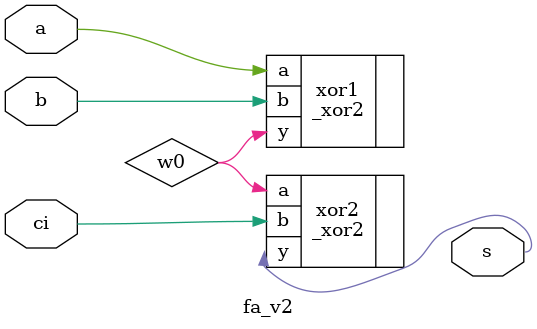
<source format=v>
module fa_v2 (a, b, ci, s);
input a, b, ci;
output s;
wire w0;

_xor2 xor1(.a(a), .b(b), .y(w0));
_xor2 xor2(.a(w0), .b(ci), .y(s));

endmodule

</source>
